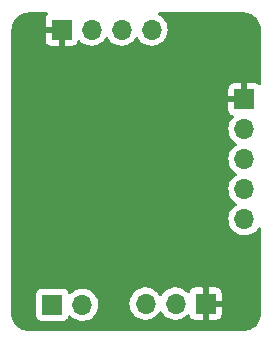
<source format=gbr>
%TF.GenerationSoftware,KiCad,Pcbnew,(6.0.5)*%
%TF.CreationDate,2022-07-28T20:15:56-06:00*%
%TF.ProjectId,sensor_board,73656e73-6f72-45f6-926f-6172642e6b69,rev?*%
%TF.SameCoordinates,Original*%
%TF.FileFunction,Copper,L2,Bot*%
%TF.FilePolarity,Positive*%
%FSLAX46Y46*%
G04 Gerber Fmt 4.6, Leading zero omitted, Abs format (unit mm)*
G04 Created by KiCad (PCBNEW (6.0.5)) date 2022-07-28 20:15:56*
%MOMM*%
%LPD*%
G01*
G04 APERTURE LIST*
%TA.AperFunction,ComponentPad*%
%ADD10R,1.700000X1.700000*%
%TD*%
%TA.AperFunction,ComponentPad*%
%ADD11O,1.700000X1.700000*%
%TD*%
%TA.AperFunction,ViaPad*%
%ADD12C,0.800000*%
%TD*%
G04 APERTURE END LIST*
D10*
%TO.P,J1,1,Pin_1*%
%TO.N,GND*%
X133800000Y-118900000D03*
D11*
%TO.P,J1,2,Pin_2*%
%TO.N,/PT*%
X131260000Y-118900000D03*
%TO.P,J1,3,Pin_3*%
%TO.N,+3V3*%
X128720000Y-118900000D03*
%TD*%
D10*
%TO.P,J4,1,Pin_1*%
%TO.N,GND*%
X137100000Y-101605000D03*
D11*
%TO.P,J4,2,Pin_2*%
%TO.N,/SCL*%
X137100000Y-104145000D03*
%TO.P,J4,3,Pin_3*%
%TO.N,/SDA*%
X137100000Y-106685000D03*
%TO.P,J4,4,Pin_4*%
%TO.N,/INT*%
X137100000Y-109225000D03*
%TO.P,J4,5,Pin_5*%
%TO.N,+3V3*%
X137100000Y-111765000D03*
%TD*%
D10*
%TO.P,J3,1,Pin_1*%
%TO.N,GND*%
X121610000Y-95700000D03*
D11*
%TO.P,J3,2,Pin_2*%
%TO.N,/SWDIO*%
X124150000Y-95700000D03*
%TO.P,J3,3,Pin_3*%
%TO.N,/SWCLK*%
X126690000Y-95700000D03*
%TO.P,J3,4,Pin_4*%
%TO.N,+3V3*%
X129230000Y-95700000D03*
%TD*%
D10*
%TO.P,J2,1,Pin_1*%
%TO.N,/~{THERM}*%
X120825000Y-119000000D03*
D11*
%TO.P,J2,2,Pin_2*%
%TO.N,+3V3*%
X123365000Y-119000000D03*
%TD*%
D12*
%TO.N,GND*%
X119100000Y-107400000D03*
X133800000Y-99700000D03*
X135275000Y-94625000D03*
X129600000Y-115000000D03*
X118500000Y-112300000D03*
X119000000Y-109000000D03*
X118600000Y-101600000D03*
X125200000Y-113500000D03*
X130200000Y-113400000D03*
X134600000Y-105300000D03*
X129900000Y-101500000D03*
X131400000Y-97500000D03*
%TD*%
%TA.AperFunction,Conductor*%
%TO.N,GND*%
G36*
X120405357Y-94268502D02*
G01*
X120451850Y-94322158D01*
X120461954Y-94392432D01*
X120432460Y-94457012D01*
X120412800Y-94475327D01*
X120404275Y-94481716D01*
X120391715Y-94494276D01*
X120315214Y-94596351D01*
X120306676Y-94611946D01*
X120261522Y-94732394D01*
X120257895Y-94747649D01*
X120252369Y-94798514D01*
X120252000Y-94805328D01*
X120252000Y-95427885D01*
X120256475Y-95443124D01*
X120257865Y-95444329D01*
X120265548Y-95446000D01*
X121738000Y-95446000D01*
X121806121Y-95466002D01*
X121852614Y-95519658D01*
X121864000Y-95572000D01*
X121864000Y-97039884D01*
X121868475Y-97055123D01*
X121869865Y-97056328D01*
X121877548Y-97057999D01*
X122504669Y-97057999D01*
X122511490Y-97057629D01*
X122562352Y-97052105D01*
X122577604Y-97048479D01*
X122698054Y-97003324D01*
X122713649Y-96994786D01*
X122815724Y-96918285D01*
X122828285Y-96905724D01*
X122904786Y-96803649D01*
X122913324Y-96788054D01*
X122954225Y-96678952D01*
X122996867Y-96622188D01*
X123063428Y-96597488D01*
X123132777Y-96612696D01*
X123167444Y-96640684D01*
X123192865Y-96670031D01*
X123192869Y-96670035D01*
X123196250Y-96673938D01*
X123368126Y-96816632D01*
X123561000Y-96929338D01*
X123769692Y-97009030D01*
X123774760Y-97010061D01*
X123774763Y-97010062D01*
X123882017Y-97031883D01*
X123988597Y-97053567D01*
X123993772Y-97053757D01*
X123993774Y-97053757D01*
X124206673Y-97061564D01*
X124206677Y-97061564D01*
X124211837Y-97061753D01*
X124216957Y-97061097D01*
X124216959Y-97061097D01*
X124428288Y-97034025D01*
X124428289Y-97034025D01*
X124433416Y-97033368D01*
X124438366Y-97031883D01*
X124642429Y-96970661D01*
X124642434Y-96970659D01*
X124647384Y-96969174D01*
X124847994Y-96870896D01*
X125029860Y-96741173D01*
X125188096Y-96583489D01*
X125318453Y-96402077D01*
X125319776Y-96403028D01*
X125366645Y-96359857D01*
X125436580Y-96347625D01*
X125502026Y-96375144D01*
X125529875Y-96406994D01*
X125589987Y-96505088D01*
X125736250Y-96673938D01*
X125908126Y-96816632D01*
X126101000Y-96929338D01*
X126309692Y-97009030D01*
X126314760Y-97010061D01*
X126314763Y-97010062D01*
X126422017Y-97031883D01*
X126528597Y-97053567D01*
X126533772Y-97053757D01*
X126533774Y-97053757D01*
X126746673Y-97061564D01*
X126746677Y-97061564D01*
X126751837Y-97061753D01*
X126756957Y-97061097D01*
X126756959Y-97061097D01*
X126968288Y-97034025D01*
X126968289Y-97034025D01*
X126973416Y-97033368D01*
X126978366Y-97031883D01*
X127182429Y-96970661D01*
X127182434Y-96970659D01*
X127187384Y-96969174D01*
X127387994Y-96870896D01*
X127569860Y-96741173D01*
X127728096Y-96583489D01*
X127858453Y-96402077D01*
X127859776Y-96403028D01*
X127906645Y-96359857D01*
X127976580Y-96347625D01*
X128042026Y-96375144D01*
X128069875Y-96406994D01*
X128129987Y-96505088D01*
X128276250Y-96673938D01*
X128448126Y-96816632D01*
X128641000Y-96929338D01*
X128849692Y-97009030D01*
X128854760Y-97010061D01*
X128854763Y-97010062D01*
X128962017Y-97031883D01*
X129068597Y-97053567D01*
X129073772Y-97053757D01*
X129073774Y-97053757D01*
X129286673Y-97061564D01*
X129286677Y-97061564D01*
X129291837Y-97061753D01*
X129296957Y-97061097D01*
X129296959Y-97061097D01*
X129508288Y-97034025D01*
X129508289Y-97034025D01*
X129513416Y-97033368D01*
X129518366Y-97031883D01*
X129722429Y-96970661D01*
X129722434Y-96970659D01*
X129727384Y-96969174D01*
X129927994Y-96870896D01*
X130109860Y-96741173D01*
X130268096Y-96583489D01*
X130398453Y-96402077D01*
X130419320Y-96359857D01*
X130495136Y-96206453D01*
X130495137Y-96206451D01*
X130497430Y-96201811D01*
X130562370Y-95988069D01*
X130591529Y-95766590D01*
X130592060Y-95744865D01*
X130593074Y-95703365D01*
X130593074Y-95703361D01*
X130593156Y-95700000D01*
X130574852Y-95477361D01*
X130520431Y-95260702D01*
X130431354Y-95055840D01*
X130357411Y-94941542D01*
X130312822Y-94872617D01*
X130312820Y-94872614D01*
X130310014Y-94868277D01*
X130159670Y-94703051D01*
X130155619Y-94699852D01*
X130155615Y-94699848D01*
X129988414Y-94567800D01*
X129988410Y-94567798D01*
X129984359Y-94564598D01*
X129856971Y-94494276D01*
X129839821Y-94484809D01*
X129789850Y-94434376D01*
X129775078Y-94364933D01*
X129800194Y-94298528D01*
X129857225Y-94256243D01*
X129900714Y-94248500D01*
X136950633Y-94248500D01*
X136970018Y-94250000D01*
X136984851Y-94252310D01*
X136984855Y-94252310D01*
X136993724Y-94253691D01*
X137008981Y-94251696D01*
X137034302Y-94250953D01*
X137203285Y-94263039D01*
X137221064Y-94265596D01*
X137411392Y-94306999D01*
X137428641Y-94312063D01*
X137611150Y-94380136D01*
X137627502Y-94387604D01*
X137798458Y-94480952D01*
X137813582Y-94490672D01*
X137969514Y-94607402D01*
X137983100Y-94619175D01*
X138120825Y-94756900D01*
X138132598Y-94770486D01*
X138249328Y-94926418D01*
X138259048Y-94941542D01*
X138352396Y-95112498D01*
X138359864Y-95128850D01*
X138427937Y-95311359D01*
X138433001Y-95328607D01*
X138474404Y-95518936D01*
X138476962Y-95536721D01*
X138488540Y-95698601D01*
X138487793Y-95716565D01*
X138487692Y-95724845D01*
X138486309Y-95733724D01*
X138487474Y-95742630D01*
X138490436Y-95765283D01*
X138491500Y-95781621D01*
X138491500Y-100274056D01*
X138471498Y-100342177D01*
X138417842Y-100388670D01*
X138347568Y-100398774D01*
X138289935Y-100374882D01*
X138203649Y-100310214D01*
X138188054Y-100301676D01*
X138067606Y-100256522D01*
X138052351Y-100252895D01*
X138001486Y-100247369D01*
X137994672Y-100247000D01*
X137372115Y-100247000D01*
X137356876Y-100251475D01*
X137355671Y-100252865D01*
X137354000Y-100260548D01*
X137354000Y-101733000D01*
X137333998Y-101801121D01*
X137280342Y-101847614D01*
X137228000Y-101859000D01*
X135760116Y-101859000D01*
X135744877Y-101863475D01*
X135743672Y-101864865D01*
X135742001Y-101872548D01*
X135742001Y-102499669D01*
X135742371Y-102506490D01*
X135747895Y-102557352D01*
X135751521Y-102572604D01*
X135796676Y-102693054D01*
X135805214Y-102708649D01*
X135881715Y-102810724D01*
X135894276Y-102823285D01*
X135996351Y-102899786D01*
X136011946Y-102908324D01*
X136120827Y-102949142D01*
X136177591Y-102991784D01*
X136202291Y-103058345D01*
X136187083Y-103127694D01*
X136167691Y-103154175D01*
X136044200Y-103283401D01*
X136040629Y-103287138D01*
X135914743Y-103471680D01*
X135820688Y-103674305D01*
X135760989Y-103889570D01*
X135737251Y-104111695D01*
X135750110Y-104334715D01*
X135751247Y-104339761D01*
X135751248Y-104339767D01*
X135772275Y-104433069D01*
X135799222Y-104552639D01*
X135883266Y-104759616D01*
X135999987Y-104950088D01*
X136146250Y-105118938D01*
X136318126Y-105261632D01*
X136388595Y-105302811D01*
X136391445Y-105304476D01*
X136440169Y-105356114D01*
X136453240Y-105425897D01*
X136426509Y-105491669D01*
X136386055Y-105525027D01*
X136373607Y-105531507D01*
X136369474Y-105534610D01*
X136369471Y-105534612D01*
X136345247Y-105552800D01*
X136194965Y-105665635D01*
X136040629Y-105827138D01*
X135914743Y-106011680D01*
X135820688Y-106214305D01*
X135760989Y-106429570D01*
X135737251Y-106651695D01*
X135750110Y-106874715D01*
X135751247Y-106879761D01*
X135751248Y-106879767D01*
X135772275Y-106973069D01*
X135799222Y-107092639D01*
X135883266Y-107299616D01*
X135999987Y-107490088D01*
X136146250Y-107658938D01*
X136318126Y-107801632D01*
X136388595Y-107842811D01*
X136391445Y-107844476D01*
X136440169Y-107896114D01*
X136453240Y-107965897D01*
X136426509Y-108031669D01*
X136386055Y-108065027D01*
X136373607Y-108071507D01*
X136369474Y-108074610D01*
X136369471Y-108074612D01*
X136345247Y-108092800D01*
X136194965Y-108205635D01*
X136040629Y-108367138D01*
X135914743Y-108551680D01*
X135820688Y-108754305D01*
X135760989Y-108969570D01*
X135737251Y-109191695D01*
X135750110Y-109414715D01*
X135751247Y-109419761D01*
X135751248Y-109419767D01*
X135772275Y-109513069D01*
X135799222Y-109632639D01*
X135883266Y-109839616D01*
X135999987Y-110030088D01*
X136146250Y-110198938D01*
X136318126Y-110341632D01*
X136388595Y-110382811D01*
X136391445Y-110384476D01*
X136440169Y-110436114D01*
X136453240Y-110505897D01*
X136426509Y-110571669D01*
X136386055Y-110605027D01*
X136373607Y-110611507D01*
X136369474Y-110614610D01*
X136369471Y-110614612D01*
X136345247Y-110632800D01*
X136194965Y-110745635D01*
X136040629Y-110907138D01*
X135914743Y-111091680D01*
X135820688Y-111294305D01*
X135760989Y-111509570D01*
X135737251Y-111731695D01*
X135750110Y-111954715D01*
X135751247Y-111959761D01*
X135751248Y-111959767D01*
X135772275Y-112053069D01*
X135799222Y-112172639D01*
X135883266Y-112379616D01*
X135999987Y-112570088D01*
X136146250Y-112738938D01*
X136318126Y-112881632D01*
X136511000Y-112994338D01*
X136719692Y-113074030D01*
X136724760Y-113075061D01*
X136724763Y-113075062D01*
X136832017Y-113096883D01*
X136938597Y-113118567D01*
X136943772Y-113118757D01*
X136943774Y-113118757D01*
X137156673Y-113126564D01*
X137156677Y-113126564D01*
X137161837Y-113126753D01*
X137166957Y-113126097D01*
X137166959Y-113126097D01*
X137378288Y-113099025D01*
X137378289Y-113099025D01*
X137383416Y-113098368D01*
X137388366Y-113096883D01*
X137592429Y-113035661D01*
X137592434Y-113035659D01*
X137597384Y-113034174D01*
X137797994Y-112935896D01*
X137979860Y-112806173D01*
X138138096Y-112648489D01*
X138263178Y-112474419D01*
X138319172Y-112430771D01*
X138389875Y-112424325D01*
X138452839Y-112457128D01*
X138488074Y-112518764D01*
X138491500Y-112547945D01*
X138491500Y-119690633D01*
X138490000Y-119710018D01*
X138487690Y-119724851D01*
X138487690Y-119724855D01*
X138486309Y-119733724D01*
X138488136Y-119747693D01*
X138488304Y-119748976D01*
X138489047Y-119774302D01*
X138477113Y-119941173D01*
X138476962Y-119943279D01*
X138474404Y-119961064D01*
X138441282Y-120113327D01*
X138433001Y-120151392D01*
X138427937Y-120168641D01*
X138359864Y-120351150D01*
X138352396Y-120367502D01*
X138259048Y-120538458D01*
X138249328Y-120553582D01*
X138132598Y-120709514D01*
X138120825Y-120723100D01*
X137983100Y-120860825D01*
X137969514Y-120872598D01*
X137813582Y-120989328D01*
X137798458Y-120999048D01*
X137627502Y-121092396D01*
X137611150Y-121099864D01*
X137428641Y-121167937D01*
X137411393Y-121173001D01*
X137221064Y-121214404D01*
X137203285Y-121216961D01*
X137041395Y-121228540D01*
X137023435Y-121227793D01*
X137015155Y-121227692D01*
X137006276Y-121226309D01*
X136974714Y-121230436D01*
X136958379Y-121231500D01*
X118889367Y-121231500D01*
X118869982Y-121230000D01*
X118855149Y-121227690D01*
X118855145Y-121227690D01*
X118846276Y-121226309D01*
X118831019Y-121228304D01*
X118805698Y-121229047D01*
X118636715Y-121216961D01*
X118618936Y-121214404D01*
X118428607Y-121173001D01*
X118411359Y-121167937D01*
X118228850Y-121099864D01*
X118212498Y-121092396D01*
X118041542Y-120999048D01*
X118026418Y-120989328D01*
X117870486Y-120872598D01*
X117856900Y-120860825D01*
X117719175Y-120723100D01*
X117707402Y-120709514D01*
X117590672Y-120553582D01*
X117580952Y-120538458D01*
X117487604Y-120367502D01*
X117480136Y-120351150D01*
X117412063Y-120168641D01*
X117406999Y-120151392D01*
X117398718Y-120113327D01*
X117365596Y-119961064D01*
X117363038Y-119943278D01*
X117362888Y-119941173D01*
X117359810Y-119898134D01*
X119466500Y-119898134D01*
X119473255Y-119960316D01*
X119524385Y-120096705D01*
X119611739Y-120213261D01*
X119728295Y-120300615D01*
X119864684Y-120351745D01*
X119926866Y-120358500D01*
X121723134Y-120358500D01*
X121785316Y-120351745D01*
X121921705Y-120300615D01*
X122038261Y-120213261D01*
X122125615Y-120096705D01*
X122145309Y-120044171D01*
X122169598Y-119979382D01*
X122212240Y-119922618D01*
X122278802Y-119897918D01*
X122348150Y-119913126D01*
X122382817Y-119941114D01*
X122411250Y-119973938D01*
X122583126Y-120116632D01*
X122776000Y-120229338D01*
X122780825Y-120231180D01*
X122780826Y-120231181D01*
X122826125Y-120248479D01*
X122984692Y-120309030D01*
X122989760Y-120310061D01*
X122989763Y-120310062D01*
X123097017Y-120331883D01*
X123203597Y-120353567D01*
X123208772Y-120353757D01*
X123208774Y-120353757D01*
X123421673Y-120361564D01*
X123421677Y-120361564D01*
X123426837Y-120361753D01*
X123431957Y-120361097D01*
X123431959Y-120361097D01*
X123643288Y-120334025D01*
X123643289Y-120334025D01*
X123648416Y-120333368D01*
X123653366Y-120331883D01*
X123857429Y-120270661D01*
X123857434Y-120270659D01*
X123862384Y-120269174D01*
X124062994Y-120170896D01*
X124244860Y-120041173D01*
X124272804Y-120013327D01*
X124388616Y-119897918D01*
X124403096Y-119883489D01*
X124407587Y-119877240D01*
X124530435Y-119706277D01*
X124533453Y-119702077D01*
X124609788Y-119547625D01*
X124630136Y-119506453D01*
X124630137Y-119506451D01*
X124632430Y-119501811D01*
X124697370Y-119288069D01*
X124726529Y-119066590D01*
X124728156Y-119000000D01*
X124717196Y-118866695D01*
X127357251Y-118866695D01*
X127370110Y-119089715D01*
X127371247Y-119094761D01*
X127371248Y-119094767D01*
X127385606Y-119158475D01*
X127419222Y-119307639D01*
X127503266Y-119514616D01*
X127554942Y-119598944D01*
X127617291Y-119700688D01*
X127619987Y-119705088D01*
X127623367Y-119708990D01*
X127626406Y-119712498D01*
X127766250Y-119873938D01*
X127938126Y-120016632D01*
X128131000Y-120129338D01*
X128135825Y-120131180D01*
X128135826Y-120131181D01*
X128208612Y-120158975D01*
X128339692Y-120209030D01*
X128344760Y-120210061D01*
X128344763Y-120210062D01*
X128439508Y-120229338D01*
X128558597Y-120253567D01*
X128563772Y-120253757D01*
X128563774Y-120253757D01*
X128776673Y-120261564D01*
X128776677Y-120261564D01*
X128781837Y-120261753D01*
X128786957Y-120261097D01*
X128786959Y-120261097D01*
X128998288Y-120234025D01*
X128998289Y-120234025D01*
X129003416Y-120233368D01*
X129070436Y-120213261D01*
X129212429Y-120170661D01*
X129212434Y-120170659D01*
X129217384Y-120169174D01*
X129417994Y-120070896D01*
X129599860Y-119941173D01*
X129643267Y-119897918D01*
X129740036Y-119801486D01*
X129758096Y-119783489D01*
X129773392Y-119762203D01*
X129888453Y-119602077D01*
X129889776Y-119603028D01*
X129936645Y-119559857D01*
X130006580Y-119547625D01*
X130072026Y-119575144D01*
X130099875Y-119606994D01*
X130159987Y-119705088D01*
X130163367Y-119708990D01*
X130166406Y-119712498D01*
X130306250Y-119873938D01*
X130478126Y-120016632D01*
X130671000Y-120129338D01*
X130675825Y-120131180D01*
X130675826Y-120131181D01*
X130748612Y-120158975D01*
X130879692Y-120209030D01*
X130884760Y-120210061D01*
X130884763Y-120210062D01*
X130979508Y-120229338D01*
X131098597Y-120253567D01*
X131103772Y-120253757D01*
X131103774Y-120253757D01*
X131316673Y-120261564D01*
X131316677Y-120261564D01*
X131321837Y-120261753D01*
X131326957Y-120261097D01*
X131326959Y-120261097D01*
X131538288Y-120234025D01*
X131538289Y-120234025D01*
X131543416Y-120233368D01*
X131610436Y-120213261D01*
X131752429Y-120170661D01*
X131752434Y-120170659D01*
X131757384Y-120169174D01*
X131957994Y-120070896D01*
X132139860Y-119941173D01*
X132183267Y-119897918D01*
X132248479Y-119832933D01*
X132310851Y-119799017D01*
X132381658Y-119804205D01*
X132438419Y-119846851D01*
X132455401Y-119877954D01*
X132496676Y-119988054D01*
X132505214Y-120003649D01*
X132581715Y-120105724D01*
X132594276Y-120118285D01*
X132696351Y-120194786D01*
X132711946Y-120203324D01*
X132832394Y-120248478D01*
X132847649Y-120252105D01*
X132898514Y-120257631D01*
X132905328Y-120258000D01*
X133527885Y-120258000D01*
X133543124Y-120253525D01*
X133544329Y-120252135D01*
X133546000Y-120244452D01*
X133546000Y-120239884D01*
X134054000Y-120239884D01*
X134058475Y-120255123D01*
X134059865Y-120256328D01*
X134067548Y-120257999D01*
X134694669Y-120257999D01*
X134701490Y-120257629D01*
X134752352Y-120252105D01*
X134767604Y-120248479D01*
X134888054Y-120203324D01*
X134903649Y-120194786D01*
X135005724Y-120118285D01*
X135018285Y-120105724D01*
X135094786Y-120003649D01*
X135103324Y-119988054D01*
X135148478Y-119867606D01*
X135152105Y-119852351D01*
X135157631Y-119801486D01*
X135158000Y-119794672D01*
X135158000Y-119172115D01*
X135153525Y-119156876D01*
X135152135Y-119155671D01*
X135144452Y-119154000D01*
X134072115Y-119154000D01*
X134056876Y-119158475D01*
X134055671Y-119159865D01*
X134054000Y-119167548D01*
X134054000Y-120239884D01*
X133546000Y-120239884D01*
X133546000Y-118627885D01*
X134054000Y-118627885D01*
X134058475Y-118643124D01*
X134059865Y-118644329D01*
X134067548Y-118646000D01*
X135139884Y-118646000D01*
X135155123Y-118641525D01*
X135156328Y-118640135D01*
X135157999Y-118632452D01*
X135157999Y-118005331D01*
X135157629Y-117998510D01*
X135152105Y-117947648D01*
X135148479Y-117932396D01*
X135103324Y-117811946D01*
X135094786Y-117796351D01*
X135018285Y-117694276D01*
X135005724Y-117681715D01*
X134903649Y-117605214D01*
X134888054Y-117596676D01*
X134767606Y-117551522D01*
X134752351Y-117547895D01*
X134701486Y-117542369D01*
X134694672Y-117542000D01*
X134072115Y-117542000D01*
X134056876Y-117546475D01*
X134055671Y-117547865D01*
X134054000Y-117555548D01*
X134054000Y-118627885D01*
X133546000Y-118627885D01*
X133546000Y-117560116D01*
X133541525Y-117544877D01*
X133540135Y-117543672D01*
X133532452Y-117542001D01*
X132905331Y-117542001D01*
X132898510Y-117542371D01*
X132847648Y-117547895D01*
X132832396Y-117551521D01*
X132711946Y-117596676D01*
X132696351Y-117605214D01*
X132594276Y-117681715D01*
X132581715Y-117694276D01*
X132505214Y-117796351D01*
X132496676Y-117811946D01*
X132455297Y-117922322D01*
X132412655Y-117979087D01*
X132346093Y-118003786D01*
X132276744Y-117988578D01*
X132244121Y-117962891D01*
X132193151Y-117906876D01*
X132193145Y-117906870D01*
X132189670Y-117903051D01*
X132185619Y-117899852D01*
X132185615Y-117899848D01*
X132018414Y-117767800D01*
X132018410Y-117767798D01*
X132014359Y-117764598D01*
X132004467Y-117759137D01*
X131896225Y-117699385D01*
X131818789Y-117656638D01*
X131813920Y-117654914D01*
X131813916Y-117654912D01*
X131613087Y-117583795D01*
X131613083Y-117583794D01*
X131608212Y-117582069D01*
X131603119Y-117581162D01*
X131603116Y-117581161D01*
X131393373Y-117543800D01*
X131393367Y-117543799D01*
X131388284Y-117542894D01*
X131314452Y-117541992D01*
X131170081Y-117540228D01*
X131170079Y-117540228D01*
X131164911Y-117540165D01*
X130944091Y-117573955D01*
X130731756Y-117643357D01*
X130533607Y-117746507D01*
X130529474Y-117749610D01*
X130529471Y-117749612D01*
X130359100Y-117877530D01*
X130354965Y-117880635D01*
X130200629Y-118042138D01*
X130093201Y-118199621D01*
X130038293Y-118244621D01*
X129967768Y-118252792D01*
X129904021Y-118221538D01*
X129883324Y-118197054D01*
X129802822Y-118072617D01*
X129802820Y-118072614D01*
X129800014Y-118068277D01*
X129649670Y-117903051D01*
X129645619Y-117899852D01*
X129645615Y-117899848D01*
X129478414Y-117767800D01*
X129478410Y-117767798D01*
X129474359Y-117764598D01*
X129464467Y-117759137D01*
X129356225Y-117699385D01*
X129278789Y-117656638D01*
X129273920Y-117654914D01*
X129273916Y-117654912D01*
X129073087Y-117583795D01*
X129073083Y-117583794D01*
X129068212Y-117582069D01*
X129063119Y-117581162D01*
X129063116Y-117581161D01*
X128853373Y-117543800D01*
X128853367Y-117543799D01*
X128848284Y-117542894D01*
X128774452Y-117541992D01*
X128630081Y-117540228D01*
X128630079Y-117540228D01*
X128624911Y-117540165D01*
X128404091Y-117573955D01*
X128191756Y-117643357D01*
X127993607Y-117746507D01*
X127989474Y-117749610D01*
X127989471Y-117749612D01*
X127819100Y-117877530D01*
X127814965Y-117880635D01*
X127660629Y-118042138D01*
X127657720Y-118046403D01*
X127657714Y-118046411D01*
X127645404Y-118064457D01*
X127534743Y-118226680D01*
X127440688Y-118429305D01*
X127380989Y-118644570D01*
X127357251Y-118866695D01*
X124717196Y-118866695D01*
X124709852Y-118777361D01*
X124655431Y-118560702D01*
X124566354Y-118355840D01*
X124482797Y-118226680D01*
X124447822Y-118172617D01*
X124447820Y-118172614D01*
X124445014Y-118168277D01*
X124294670Y-118003051D01*
X124290619Y-117999852D01*
X124290615Y-117999848D01*
X124123414Y-117867800D01*
X124123410Y-117867798D01*
X124119359Y-117864598D01*
X123923789Y-117756638D01*
X123918920Y-117754914D01*
X123918916Y-117754912D01*
X123718087Y-117683795D01*
X123718083Y-117683794D01*
X123713212Y-117682069D01*
X123708119Y-117681162D01*
X123708116Y-117681161D01*
X123498373Y-117643800D01*
X123498367Y-117643799D01*
X123493284Y-117642894D01*
X123419452Y-117641992D01*
X123275081Y-117640228D01*
X123275079Y-117640228D01*
X123269911Y-117640165D01*
X123049091Y-117673955D01*
X122836756Y-117743357D01*
X122638607Y-117846507D01*
X122634474Y-117849610D01*
X122634471Y-117849612D01*
X122464100Y-117977530D01*
X122459965Y-117980635D01*
X122401192Y-118042138D01*
X122379283Y-118065064D01*
X122317759Y-118100494D01*
X122246846Y-118097037D01*
X122189060Y-118055791D01*
X122170207Y-118022243D01*
X122128767Y-117911703D01*
X122125615Y-117903295D01*
X122038261Y-117786739D01*
X121921705Y-117699385D01*
X121785316Y-117648255D01*
X121723134Y-117641500D01*
X119926866Y-117641500D01*
X119864684Y-117648255D01*
X119728295Y-117699385D01*
X119611739Y-117786739D01*
X119524385Y-117903295D01*
X119473255Y-118039684D01*
X119466500Y-118101866D01*
X119466500Y-119898134D01*
X117359810Y-119898134D01*
X117351719Y-119785011D01*
X117352805Y-119762245D01*
X117352334Y-119762203D01*
X117352770Y-119757345D01*
X117353576Y-119752552D01*
X117353729Y-119740000D01*
X117349791Y-119712498D01*
X117348519Y-119694585D01*
X117356170Y-101332885D01*
X135742000Y-101332885D01*
X135746475Y-101348124D01*
X135747865Y-101349329D01*
X135755548Y-101351000D01*
X136827885Y-101351000D01*
X136843124Y-101346525D01*
X136844329Y-101345135D01*
X136846000Y-101337452D01*
X136846000Y-100265116D01*
X136841525Y-100249877D01*
X136840135Y-100248672D01*
X136832452Y-100247001D01*
X136205331Y-100247001D01*
X136198510Y-100247371D01*
X136147648Y-100252895D01*
X136132396Y-100256521D01*
X136011946Y-100301676D01*
X135996351Y-100310214D01*
X135894276Y-100386715D01*
X135881715Y-100399276D01*
X135805214Y-100501351D01*
X135796676Y-100516946D01*
X135751522Y-100637394D01*
X135747895Y-100652649D01*
X135742369Y-100703514D01*
X135742000Y-100710328D01*
X135742000Y-101332885D01*
X117356170Y-101332885D01*
X117358144Y-96594669D01*
X120252001Y-96594669D01*
X120252371Y-96601490D01*
X120257895Y-96652352D01*
X120261521Y-96667604D01*
X120306676Y-96788054D01*
X120315214Y-96803649D01*
X120391715Y-96905724D01*
X120404276Y-96918285D01*
X120506351Y-96994786D01*
X120521946Y-97003324D01*
X120642394Y-97048478D01*
X120657649Y-97052105D01*
X120708514Y-97057631D01*
X120715328Y-97058000D01*
X121337885Y-97058000D01*
X121353124Y-97053525D01*
X121354329Y-97052135D01*
X121356000Y-97044452D01*
X121356000Y-95972115D01*
X121351525Y-95956876D01*
X121350135Y-95955671D01*
X121342452Y-95954000D01*
X120270116Y-95954000D01*
X120254877Y-95958475D01*
X120253672Y-95959865D01*
X120252001Y-95967548D01*
X120252001Y-96594669D01*
X117358144Y-96594669D01*
X117358478Y-95793330D01*
X117360224Y-95772481D01*
X117362769Y-95757352D01*
X117362770Y-95757345D01*
X117363576Y-95752552D01*
X117363729Y-95740000D01*
X117363040Y-95735186D01*
X117363039Y-95735176D01*
X117362157Y-95729017D01*
X117361206Y-95702172D01*
X117373038Y-95536723D01*
X117375596Y-95518934D01*
X117416999Y-95328607D01*
X117422063Y-95311359D01*
X117490136Y-95128850D01*
X117497604Y-95112498D01*
X117590952Y-94941542D01*
X117600672Y-94926418D01*
X117717402Y-94770486D01*
X117729175Y-94756900D01*
X117866900Y-94619175D01*
X117880486Y-94607402D01*
X118036418Y-94490672D01*
X118051542Y-94480952D01*
X118222498Y-94387604D01*
X118238850Y-94380136D01*
X118421359Y-94312063D01*
X118438608Y-94306999D01*
X118628936Y-94265596D01*
X118646715Y-94263039D01*
X118808605Y-94251460D01*
X118826565Y-94252207D01*
X118834845Y-94252308D01*
X118843724Y-94253691D01*
X118875286Y-94249564D01*
X118891621Y-94248500D01*
X120337236Y-94248500D01*
X120405357Y-94268502D01*
G37*
%TD.AperFunction*%
%TD*%
M02*

</source>
